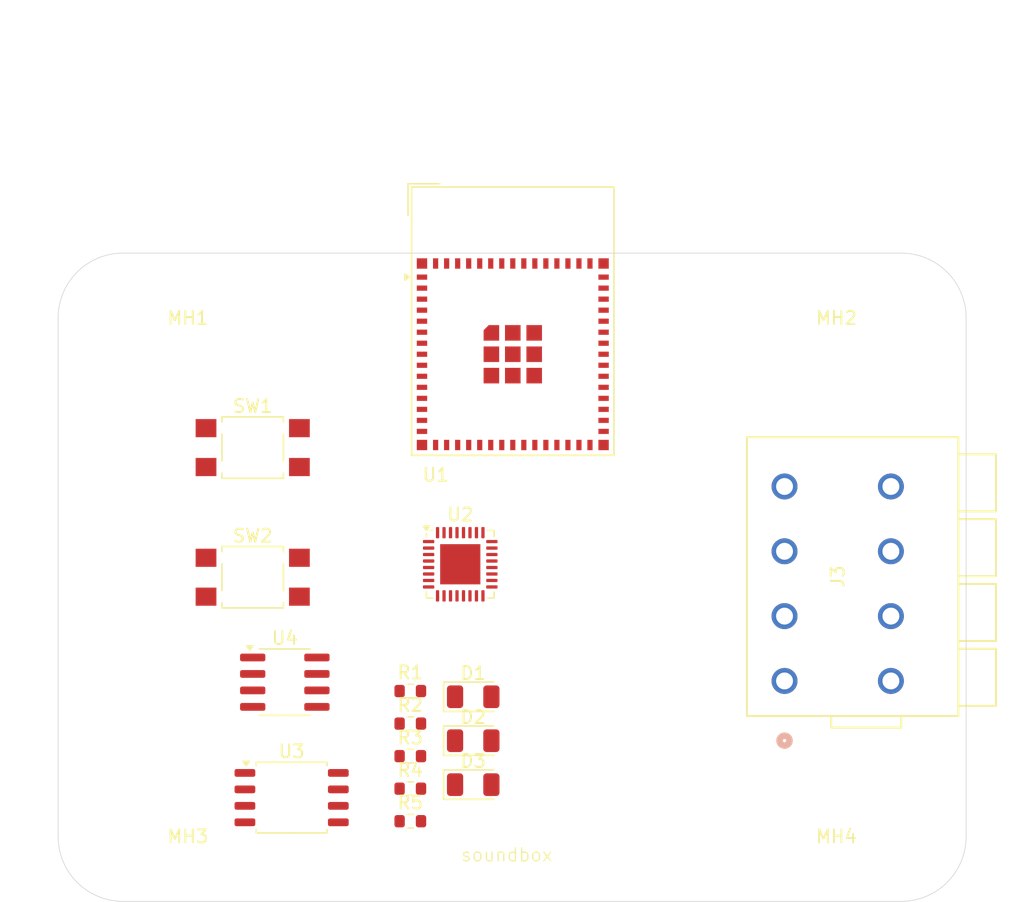
<source format=kicad_pcb>
(kicad_pcb (version 20240108) (generator "pcbnew") (generator_version "8.0")
  (title_block (title "soundbox"))
  (layers (0 "F.Cu" signal) (31 "B.Cu" signal) (34 "B.Paste" user) (35 "F.Paste" user) (36 "B.SilkS" user "B.Silkscreen") (37 "F.SilkS" user "F.Silkscreen") (38 "B.Mask" user) (39 "F.Mask" user) (44 "Edge.Cuts" user))
  (net 0 "")
  (net 5 "Net-(U1-GND-Pad1)")
  (net 31 "VERSION")
  (net 48 "Net-(U2-PVDD-Pad21)")
  (net 52 "Net-(U2-PGND-Pad25)")
  (net 90 "Net-(D1-K)")
  (net 93 "Net-(D2-K)")
  (net 95 "Net-(D3-K)")
  (net 99 "+3V3")
  (net 100 "GND")
  (footprint "Resistor_SMD:R_0603_1608Metric" (layer "F.Cu") (at 137.15 113.82)
    (property "Reference" "R5" (at 0 -1.43 0) (layer "F.SilkS"))
    (property "Value" "5K1")
    (fp_line (start -0.237258 -0.5225) (end 0.237258 -0.5225) (stroke (width 0.12)) (layer "F.SilkS"))
    (fp_line (start -0.237258 0.5225) (end 0.237258 0.5225) (stroke (width 0.12)) (layer "F.SilkS"))
    (pad "1" smd roundrect (at -0.825 0) (size 0.8 0.95) (layers "F.Cu" "F.Paste" "F.Mask") (net 31 "VERSION"))
    (pad "2" smd roundrect (at 0.825 0) (size 0.8 0.95) (layers "F.Cu" "F.Paste" "F.Mask") (net 100 "GND"))
  )
  (footprint "Resistor_SMD:R_0603_1608Metric" (layer "F.Cu") (at 137.15 111.31)
    (property "Reference" "R4" (at 0 -1.43 0) (layer "F.SilkS"))
    (property "Value" "5K1")
    (fp_line (start -0.237258 -0.5225) (end 0.237258 -0.5225) (stroke (width 0.12)) (layer "F.SilkS"))
    (fp_line (start -0.237258 0.5225) (end 0.237258 0.5225) (stroke (width 0.12)) (layer "F.SilkS"))
    (pad "1" smd roundrect (at -0.825 0) (size 0.8 0.95) (layers "F.Cu" "F.Paste" "F.Mask") (net 99 "+3V3"))
    (pad "2" smd roundrect (at 0.825 0) (size 0.8 0.95) (layers "F.Cu" "F.Paste" "F.Mask") (net 31 "VERSION"))
  )
  (footprint "Button_Switch_SMD:SW_SPST_TL3305B" (layer "F.Cu") (at 125 95)
    (property "Reference" "SW2" (at 0 -3.2 0) (layer "F.SilkS"))
    (property "Value" "SW_Push")
    (fp_line (start -2.37 -2.37) (end -2.37 -1.97) (stroke (width 0.12)) (layer "F.SilkS"))
    (fp_line (start -2.37 -2.37) (end 2.37 -2.37) (stroke (width 0.12)) (layer "F.SilkS"))
    (fp_line (start -2.37 1.03) (end -2.37 -1.03) (stroke (width 0.12)) (layer "F.SilkS"))
    (fp_line (start -2.37 2.37) (end -2.37 1.97) (stroke (width 0.12)) (layer "F.SilkS"))
    (fp_line (start -2.37 2.37) (end 2.37 2.37) (stroke (width 0.12)) (layer "F.SilkS"))
    (fp_line (start 2.37 -2.37) (end 2.37 -1.97) (stroke (width 0.12)) (layer "F.SilkS"))
    (fp_line (start 2.37 1.03) (end 2.37 -1.03) (stroke (width 0.12)) (layer "F.SilkS"))
    (fp_line (start 2.37 2.37) (end 2.37 1.97) (stroke (width 0.12)) (layer "F.SilkS"))
    (pad "1" smd rect (at -3.6 -1.5) (size 1.6 1.4) (layers "F.Cu" "F.Paste" "F.Mask"))
    (pad "1" smd rect (at 3.6 -1.5) (size 1.6 1.4) (layers "F.Cu" "F.Paste" "F.Mask"))
    (pad "2" smd rect (at -3.6 1.5) (size 1.6 1.4) (layers "F.Cu" "F.Paste" "F.Mask"))
    (pad "2" smd rect (at 3.6 1.5) (size 1.6 1.4) (layers "F.Cu" "F.Paste" "F.Mask"))
  )
  (footprint "Package_SO:SOIC-8_3.9x4.9mm_P1.27mm" (layer "F.Cu") (at 127.475 103.095)
    (property "Reference" "U4" (at 0 -3.4 0) (layer "F.SilkS"))
    (property "Value" "25CSM04xxSN")
    (fp_line (start 0 -2.56) (end -1.95 -2.56) (stroke (width 0.12)) (layer "F.SilkS"))
    (fp_line (start 0 -2.56) (end 1.95 -2.56) (stroke (width 0.12)) (layer "F.SilkS"))
    (fp_line (start 0 2.56) (end -1.95 2.56) (stroke (width 0.12)) (layer "F.SilkS"))
    (fp_line (start 0 2.56) (end 1.95 2.56) (stroke (width 0.12)) (layer "F.SilkS"))
    (fp_poly (pts (xy -2.7 -2.465) (xy -2.94 -2.795) (xy -2.46 -2.795) (xy -2.7 -2.465)) (stroke (width 0.12)) (fill solid) (layer "F.SilkS"))
    (pad "1" smd roundrect (at -2.475 -1.905) (size 1.95 0.6) (layers "F.Cu" "F.Paste" "F.Mask"))
    (pad "2" smd roundrect (at -2.475 -0.635) (size 1.95 0.6) (layers "F.Cu" "F.Paste" "F.Mask"))
    (pad "3" smd roundrect (at -2.475 0.635) (size 1.95 0.6) (layers "F.Cu" "F.Paste" "F.Mask"))
    (pad "4" smd roundrect (at -2.475 1.905) (size 1.95 0.6) (layers "F.Cu" "F.Paste" "F.Mask"))
    (pad "5" smd roundrect (at 2.475 1.905) (size 1.95 0.6) (layers "F.Cu" "F.Paste" "F.Mask"))
    (pad "6" smd roundrect (at 2.475 0.635) (size 1.95 0.6) (layers "F.Cu" "F.Paste" "F.Mask"))
    (pad "7" smd roundrect (at 2.475 -0.635) (size 1.95 0.6) (layers "F.Cu" "F.Paste" "F.Mask"))
    (pad "8" smd roundrect (at 2.475 -1.905) (size 1.95 0.6) (layers "F.Cu" "F.Paste" "F.Mask"))
  )
  (footprint "MountingHole:MountingHole_3.2mm_M3" (layer "F.Cu") (at 115 115)
    (property "Reference" "MH3" (at 5 0 0) (layer "F.SilkS"))
    (property "Value" "MountingHole_3.2mm_M3")
    (pad "" np_thru_hole circle (at 0 0) (size 3.2 3.2) (drill 3.2) (layers "*.Cu" "*.Mask"))
  )
  (footprint "RF_Module:ESP32-S2-MINI-1" (layer "F.Cu") (at 145.05 75.25)
    (property "Reference" "U1" (at -5.95 11.85 0) (layer "F.SilkS"))
    (property "Value" "ESP32-S3-MINI-1")
    (fp_line (start -8.075 -10.6) (end -8.075 -8.15) (stroke (width 0.12)) (layer "F.SilkS"))
    (fp_line (start -8.075 -10.6) (end -5.625 -10.6) (stroke (width 0.12)) (layer "F.SilkS"))
    (fp_line (start -7.8 -10.35) (end 7.8 -10.35) (stroke (width 0.12)) (layer "F.SilkS"))
    (fp_line (start -7.8 10.35) (end -7.8 -10.35) (stroke (width 0.12)) (layer "F.SilkS"))
    (fp_line (start 7.8 -10.35) (end 7.8 10.35) (stroke (width 0.12)) (layer "F.SilkS"))
    (fp_line (start 7.8 10.35) (end -7.8 10.35) (stroke (width 0.12)) (layer "F.SilkS"))
    (fp_poly (pts (xy -7.975 -3.4) (xy -8.311 -3.16) (xy -8.311 -3.64) (xy -7.975 -3.4)) (stroke (width 0.12)) (fill solid) (layer "F.SilkS"))
    (pad "1" smd rect (at -7 -3.4) (size 0.8 0.4) (layers "F.Cu" "F.Paste" "F.Mask") (net 5 "Net-(U1-GND-Pad1)"))
    (pad "2" smd rect (at -7 -2.55) (size 0.8 0.4) (layers "F.Cu" "F.Paste" "F.Mask") (net 5 "Net-(U1-GND-Pad1)"))
    (pad "3" smd rect (at -7 -1.7) (size 0.8 0.4) (layers "F.Cu" "F.Paste" "F.Mask"))
    (pad "4" smd rect (at -7 -0.85) (size 0.8 0.4) (layers "F.Cu" "F.Paste" "F.Mask"))
    (pad "5" smd rect (at -7 0) (size 0.8 0.4) (layers "F.Cu" "F.Paste" "F.Mask"))
    (pad "6" smd rect (at -7 0.85) (size 0.8 0.4) (layers "F.Cu" "F.Paste" "F.Mask") (net 31 "VERSION"))
    (pad "7" smd rect (at -7 1.7) (size 0.8 0.4) (layers "F.Cu" "F.Paste" "F.Mask"))
    (pad "8" smd rect (at -7 2.55) (size 0.8 0.4) (layers "F.Cu" "F.Paste" "F.Mask"))
    (pad "9" smd rect (at -7 3.4) (size 0.8 0.4) (layers "F.Cu" "F.Paste" "F.Mask"))
    (pad "10" smd rect (at -7 4.25) (size 0.8 0.4) (layers "F.Cu" "F.Paste" "F.Mask"))
    (pad "11" smd rect (at -7 5.1) (size 0.8 0.4) (layers "F.Cu" "F.Paste" "F.Mask"))
    (pad "12" smd rect (at -7 5.95) (size 0.8 0.4) (layers "F.Cu" "F.Paste" "F.Mask"))
    (pad "13" smd rect (at -7 6.8) (size 0.8 0.4) (layers "F.Cu" "F.Paste" "F.Mask"))
    (pad "14" smd rect (at -7 7.65) (size 0.8 0.4) (layers "F.Cu" "F.Paste" "F.Mask"))
    (pad "15" smd rect (at -7 8.5) (size 0.8 0.4) (layers "F.Cu" "F.Paste" "F.Mask"))
    (pad "16" smd rect (at -5.95 9.55 90) (size 0.8 0.4) (layers "F.Cu" "F.Paste" "F.Mask"))
    (pad "17" smd rect (at -5.1 9.55 90) (size 0.8 0.4) (layers "F.Cu" "F.Paste" "F.Mask"))
    (pad "18" smd rect (at -4.25 9.55 90) (size 0.8 0.4) (layers "F.Cu" "F.Paste" "F.Mask"))
    (pad "19" smd rect (at -3.4 9.55 90) (size 0.8 0.4) (layers "F.Cu" "F.Paste" "F.Mask"))
    (pad "20" smd rect (at -2.55 9.55 90) (size 0.8 0.4) (layers "F.Cu" "F.Paste" "F.Mask"))
    (pad "21" smd rect (at -1.7 9.55 90) (size 0.8 0.4) (layers "F.Cu" "F.Paste" "F.Mask"))
    (pad "22" smd rect (at -0.85 9.55 90) (size 0.8 0.4) (layers "F.Cu" "F.Paste" "F.Mask"))
    (pad "23" smd rect (at 0 9.55 90) (size 0.8 0.4) (layers "F.Cu" "F.Paste" "F.Mask"))
    (pad "24" smd rect (at 0.85 9.55 90) (size 0.8 0.4) (layers "F.Cu" "F.Paste" "F.Mask"))
    (pad "25" smd rect (at 1.7 9.55 90) (size 0.8 0.4) (layers "F.Cu" "F.Paste" "F.Mask"))
    (pad "26" smd rect (at 2.55 9.55 90) (size 0.8 0.4) (layers "F.Cu" "F.Paste" "F.Mask"))
    (pad "27" smd rect (at 3.4 9.55 90) (size 0.8 0.4) (layers "F.Cu" "F.Paste" "F.Mask"))
    (pad "28" smd rect (at 4.25 9.55 90) (size 0.8 0.4) (layers "F.Cu" "F.Paste" "F.Mask"))
    (pad "29" smd rect (at 5.1 9.55 90) (size 0.8 0.4) (layers "F.Cu" "F.Paste" "F.Mask"))
    (pad "30" smd rect (at 5.95 9.55 90) (size 0.8 0.4) (layers "F.Cu" "F.Paste" "F.Mask"))
    (pad "31" smd rect (at 7 8.5) (size 0.8 0.4) (layers "F.Cu" "F.Paste" "F.Mask"))
    (pad "32" smd rect (at 7 7.65) (size 0.8 0.4) (layers "F.Cu" "F.Paste" "F.Mask"))
    (pad "33" smd rect (at 7 6.8) (size 0.8 0.4) (layers "F.Cu" "F.Paste" "F.Mask"))
    (pad "34" smd rect (at 7 5.95) (size 0.8 0.4) (layers "F.Cu" "F.Paste" "F.Mask"))
    (pad "35" smd rect (at 7 5.1) (size 0.8 0.4) (layers "F.Cu" "F.Paste" "F.Mask"))
    (pad "36" smd rect (at 7 4.25) (size 0.8 0.4) (layers "F.Cu" "F.Paste" "F.Mask"))
    (pad "37" smd rect (at 7 3.4) (size 0.8 0.4) (layers "F.Cu" "F.Paste" "F.Mask"))
    (pad "38" smd rect (at 7 2.55) (size 0.8 0.4) (layers "F.Cu" "F.Paste" "F.Mask"))
    (pad "39" smd rect (at 7 1.7) (size 0.8 0.4) (layers "F.Cu" "F.Paste" "F.Mask"))
    (pad "40" smd rect (at 7 0.85) (size 0.8 0.4) (layers "F.Cu" "F.Paste" "F.Mask"))
    (pad "41" smd rect (at 7 0) (size 0.8 0.4) (layers "F.Cu" "F.Paste" "F.Mask"))
    (pad "42" smd rect (at 7 -0.85) (size 0.8 0.4) (layers "F.Cu" "F.Paste" "F.Mask") (net 5 "Net-(U1-GND-Pad1)"))
    (pad "43" smd rect (at 7 -1.7) (size 0.8 0.4) (layers "F.Cu" "F.Paste" "F.Mask") (net 5 "Net-(U1-GND-Pad1)"))
    (pad "44" smd rect (at 7 -2.55) (size 0.8 0.4) (layers "F.Cu" "F.Paste" "F.Mask"))
    (pad "45" smd rect (at 7 -3.4) (size 0.8 0.4) (layers "F.Cu" "F.Paste" "F.Mask"))
    (pad "46" smd rect (at 5.95 -4.45 90) (size 0.8 0.4) (layers "F.Cu" "F.Paste" "F.Mask") (net 5 "Net-(U1-GND-Pad1)"))
    (pad "47" smd rect (at 5.1 -4.45 90) (size 0.8 0.4) (layers "F.Cu" "F.Paste" "F.Mask") (net 5 "Net-(U1-GND-Pad1)"))
    (pad "48" smd rect (at 4.25 -4.45 90) (size 0.8 0.4) (layers "F.Cu" "F.Paste" "F.Mask") (net 5 "Net-(U1-GND-Pad1)"))
    (pad "49" smd rect (at 3.4 -4.45 90) (size 0.8 0.4) (layers "F.Cu" "F.Paste" "F.Mask") (net 5 "Net-(U1-GND-Pad1)"))
    (pad "50" smd rect (at 2.55 -4.45 90) (size 0.8 0.4) (layers "F.Cu" "F.Paste" "F.Mask") (net 5 "Net-(U1-GND-Pad1)"))
    (pad "51" smd rect (at 1.7 -4.45 90) (size 0.8 0.4) (layers "F.Cu" "F.Paste" "F.Mask") (net 5 "Net-(U1-GND-Pad1)"))
    (pad "52" smd rect (at 0.85 -4.45 90) (size 0.8 0.4) (layers "F.Cu" "F.Paste" "F.Mask") (net 5 "Net-(U1-GND-Pad1)"))
    (pad "53" smd rect (at 0 -4.45 90) (size 0.8 0.4) (layers "F.Cu" "F.Paste" "F.Mask") (net 5 "Net-(U1-GND-Pad1)"))
    (pad "54" smd rect (at -0.85 -4.45 90) (size 0.8 0.4) (layers "F.Cu" "F.Paste" "F.Mask") (net 5 "Net-(U1-GND-Pad1)"))
    (pad "55" smd rect (at -1.7 -4.45 90) (size 0.8 0.4) (layers "F.Cu" "F.Paste" "F.Mask") (net 5 "Net-(U1-GND-Pad1)"))
    (pad "56" smd rect (at -2.55 -4.45 90) (size 0.8 0.4) (layers "F.Cu" "F.Paste" "F.Mask") (net 5 "Net-(U1-GND-Pad1)"))
    (pad "57" smd rect (at -3.4 -4.45 90) (size 0.8 0.4) (layers "F.Cu" "F.Paste" "F.Mask") (net 5 "Net-(U1-GND-Pad1)"))
    (pad "58" smd rect (at -4.25 -4.45 90) (size 0.8 0.4) (layers "F.Cu" "F.Paste" "F.Mask") (net 5 "Net-(U1-GND-Pad1)"))
    (pad "59" smd rect (at -5.1 -4.45 90) (size 0.8 0.4) (layers "F.Cu" "F.Paste" "F.Mask") (net 5 "Net-(U1-GND-Pad1)"))
    (pad "60" smd rect (at -5.95 -4.45 90) (size 0.8 0.4) (layers "F.Cu" "F.Paste" "F.Mask") (net 5 "Net-(U1-GND-Pad1)"))
    (pad "61" smd roundrect (at -1.65 0.9) (size 1.2 1.2) (layers "F.Cu" "F.Paste" "F.Mask") (roundrect_rratio 0) (chamfer_ratio 0.33) (chamfer top_left) (net 5 "Net-(U1-GND-Pad1)"))
    (pad "61" smd rect (at -1.65 2.55) (size 1.2 1.2) (layers "F.Cu" "F.Paste" "F.Mask") (net 5 "Net-(U1-GND-Pad1)"))
    (pad "61" smd rect (at -1.65 4.2) (size 1.2 1.2) (layers "F.Cu" "F.Paste" "F.Mask") (net 5 "Net-(U1-GND-Pad1)"))
    (pad "61" smd rect (at 0 0.9) (size 1.2 1.2) (layers "F.Cu" "F.Paste" "F.Mask") (net 5 "Net-(U1-GND-Pad1)"))
    (pad "61" smd rect (at 0 2.55) (size 1.2 1.2) (layers "F.Cu" "F.Paste" "F.Mask") (net 5 "Net-(U1-GND-Pad1)"))
    (pad "61" smd rect (at 0 4.2) (size 1.2 1.2) (layers "F.Cu" "F.Paste" "F.Mask") (net 5 "Net-(U1-GND-Pad1)"))
    (pad "61" smd rect (at 1.65 0.9) (size 1.2 1.2) (layers "F.Cu" "F.Paste" "F.Mask") (net 5 "Net-(U1-GND-Pad1)"))
    (pad "61" smd rect (at 1.65 2.55) (size 1.2 1.2) (layers "F.Cu" "F.Paste" "F.Mask") (net 5 "Net-(U1-GND-Pad1)"))
    (pad "61" smd rect (at 1.65 4.2) (size 1.2 1.2) (layers "F.Cu" "F.Paste" "F.Mask") (net 5 "Net-(U1-GND-Pad1)"))
    (pad "62" smd rect (at -7 -4.45) (size 0.8 0.8) (layers "F.Cu" "F.Paste" "F.Mask") (net 5 "Net-(U1-GND-Pad1)"))
    (pad "63" smd rect (at -7 9.55) (size 0.8 0.8) (layers "F.Cu" "F.Paste" "F.Mask") (net 5 "Net-(U1-GND-Pad1)"))
    (pad "64" smd rect (at 7 9.55) (size 0.8 0.8) (layers "F.Cu" "F.Paste" "F.Mask") (net 5 "Net-(U1-GND-Pad1)"))
    (pad "65" smd rect (at 7 -4.45) (size 0.8 0.8) (layers "F.Cu" "F.Paste" "F.Mask") (net 5 "Net-(U1-GND-Pad1)"))
  )
  (footprint "MountingHole:MountingHole_3.2mm_M3" (layer "F.Cu") (at 115 75)
    (property "Reference" "MH1" (at 5 0 0) (layer "F.SilkS"))
    (property "Value" "MountingHole_3.2mm_M3")
    (pad "" np_thru_hole circle (at 0 0) (size 3.2 3.2) (drill 3.2) (layers "*.Cu" "*.Mask"))
  )
  (footprint "Resistor_SMD:R_0603_1608Metric" (layer "F.Cu") (at 137.15 106.29)
    (property "Reference" "R2" (at 0 -1.43 0) (layer "F.SilkS"))
    (property "Value" "10R")
    (fp_line (start -0.237258 -0.5225) (end 0.237258 -0.5225) (stroke (width 0.12)) (layer "F.SilkS"))
    (fp_line (start -0.237258 0.5225) (end 0.237258 0.5225) (stroke (width 0.12)) (layer "F.SilkS"))
    (pad "1" smd roundrect (at -0.825 0) (size 0.8 0.95) (layers "F.Cu" "F.Paste" "F.Mask") (net 93 "Net-(D2-K)"))
    (pad "2" smd roundrect (at 0.825 0) (size 0.8 0.95) (layers "F.Cu" "F.Paste" "F.Mask"))
  )
  (footprint "Resistor_SMD:R_0603_1608Metric" (layer "F.Cu") (at 137.15 103.78)
    (property "Reference" "R1" (at 0 -1.43 0) (layer "F.SilkS"))
    (property "Value" "130R")
    (fp_line (start -0.237258 -0.5225) (end 0.237258 -0.5225) (stroke (width 0.12)) (layer "F.SilkS"))
    (fp_line (start -0.237258 0.5225) (end 0.237258 0.5225) (stroke (width 0.12)) (layer "F.SilkS"))
    (pad "1" smd roundrect (at -0.825 0) (size 0.8 0.95) (layers "F.Cu" "F.Paste" "F.Mask") (net 90 "Net-(D1-K)"))
    (pad "2" smd roundrect (at 0.825 0) (size 0.8 0.95) (layers "F.Cu" "F.Paste" "F.Mask"))
  )
  (footprint "MountingHole:MountingHole_3.2mm_M3" (layer "F.Cu") (at 175 115)
    (property "Reference" "MH4" (at -5 0 0) (layer "F.SilkS"))
    (property "Value" "MountingHole_3.2mm_M3")
    (pad "" np_thru_hole circle (at 0 0) (size 3.2 3.2) (drill 3.2) (layers "*.Cu" "*.Mask"))
  )
  (footprint "Button_Switch_SMD:SW_SPST_TL3305B" (layer "F.Cu") (at 125 85)
    (property "Reference" "SW1" (at 0 -3.2 0) (layer "F.SilkS"))
    (property "Value" "SW_Push")
    (fp_line (start -2.37 -2.37) (end -2.37 -1.97) (stroke (width 0.12)) (layer "F.SilkS"))
    (fp_line (start -2.37 -2.37) (end 2.37 -2.37) (stroke (width 0.12)) (layer "F.SilkS"))
    (fp_line (start -2.37 1.03) (end -2.37 -1.03) (stroke (width 0.12)) (layer "F.SilkS"))
    (fp_line (start -2.37 2.37) (end -2.37 1.97) (stroke (width 0.12)) (layer "F.SilkS"))
    (fp_line (start -2.37 2.37) (end 2.37 2.37) (stroke (width 0.12)) (layer "F.SilkS"))
    (fp_line (start 2.37 -2.37) (end 2.37 -1.97) (stroke (width 0.12)) (layer "F.SilkS"))
    (fp_line (start 2.37 1.03) (end 2.37 -1.03) (stroke (width 0.12)) (layer "F.SilkS"))
    (fp_line (start 2.37 2.37) (end 2.37 1.97) (stroke (width 0.12)) (layer "F.SilkS"))
    (pad "1" smd rect (at -3.6 -1.5) (size 1.6 1.4) (layers "F.Cu" "F.Paste" "F.Mask"))
    (pad "1" smd rect (at 3.6 -1.5) (size 1.6 1.4) (layers "F.Cu" "F.Paste" "F.Mask"))
    (pad "2" smd rect (at -3.6 1.5) (size 1.6 1.4) (layers "F.Cu" "F.Paste" "F.Mask"))
    (pad "2" smd rect (at 3.6 1.5) (size 1.6 1.4) (layers "F.Cu" "F.Paste" "F.Mask"))
  )
  (footprint "LED_SMD:LED_1206_3216Metric" (layer "F.Cu") (at 142 107.61)
    (property "Reference" "D2" (at 0 -1.82 0) (layer "F.SilkS"))
    (property "Value" "blue")
    (fp_line (start -2.285 -1.135) (end -2.285 1.135) (stroke (width 0.12)) (layer "F.SilkS"))
    (fp_line (start -2.285 1.135) (end 1.6 1.135) (stroke (width 0.12)) (layer "F.SilkS"))
    (fp_line (start 1.6 -1.135) (end -2.285 -1.135) (stroke (width 0.12)) (layer "F.SilkS"))
    (pad "1" smd roundrect (at -1.4 0) (size 1.25 1.75) (layers "F.Cu" "F.Paste" "F.Mask") (roundrect_rratio 0.2) (net 93 "Net-(D2-K)"))
    (pad "2" smd roundrect (at 1.4 0) (size 1.25 1.75) (layers "F.Cu" "F.Paste" "F.Mask") (roundrect_rratio 0.2))
  )
  (footprint "Package_DFN_QFN:VQFN-32-1EP_5x5mm_P0.5mm_EP3.1x3.1mm" (layer "F.Cu") (at 141 94)
    (property "Reference" "U2" (at 0 -3.83 0) (layer "F.SilkS"))
    (property "Value" "TAS5825MRHB")
    (fp_line (start -2.61 -2.135) (end -2.61 -2.37) (stroke (width 0.12)) (layer "F.SilkS"))
    (fp_line (start -2.61 2.61) (end -2.61 2.135) (stroke (width 0.12)) (layer "F.SilkS"))
    (fp_line (start -2.135 -2.61) (end -2.31 -2.61) (stroke (width 0.12)) (layer "F.SilkS"))
    (fp_line (start -2.135 2.61) (end -2.61 2.61) (stroke (width 0.12)) (layer "F.SilkS"))
    (fp_line (start 2.135 -2.61) (end 2.61 -2.61) (stroke (width 0.12)) (layer "F.SilkS"))
    (fp_line (start 2.135 2.61) (end 2.61 2.61) (stroke (width 0.12)) (layer "F.SilkS"))
    (fp_line (start 2.61 -2.61) (end 2.61 -2.135) (stroke (width 0.12)) (layer "F.SilkS"))
    (fp_line (start 2.61 2.61) (end 2.61 2.135) (stroke (width 0.12)) (layer "F.SilkS"))
    (fp_poly (pts (xy -2.61 -2.61) (xy -2.85 -2.94) (xy -2.37 -2.94) (xy -2.61 -2.61)) (stroke (width 0.12)) (fill solid) (layer "F.SilkS"))
    (pad "1" smd roundrect (at -2.4375 -1.75) (size 0.875 0.25) (layers "F.Cu" "F.Paste" "F.Mask"))
    (pad "2" smd roundrect (at -2.4375 -1.25) (size 0.875 0.25) (layers "F.Cu" "F.Paste" "F.Mask"))
    (pad "3" smd roundrect (at -2.4375 -0.75) (size 0.875 0.25) (layers "F.Cu" "F.Paste" "F.Mask") (net 48 "Net-(U2-PVDD-Pad21)"))
    (pad "4" smd roundrect (at -2.4375 -0.25) (size 0.875 0.25) (layers "F.Cu" "F.Paste" "F.Mask") (net 48 "Net-(U2-PVDD-Pad21)"))
    (pad "5" smd roundrect (at -2.4375 0.25) (size 0.875 0.25) (layers "F.Cu" "F.Paste" "F.Mask"))
    (pad "6" smd roundrect (at -2.4375 0.75) (size 0.875 0.25) (layers "F.Cu" "F.Paste" "F.Mask"))
    (pad "7" smd roundrect (at -2.4375 1.25) (size 0.875 0.25) (layers "F.Cu" "F.Paste" "F.Mask"))
    (pad "8" smd roundrect (at -2.4375 1.75) (size 0.875 0.25) (layers "F.Cu" "F.Paste" "F.Mask"))
    (pad "9" smd roundrect (at -1.75 2.4375) (size 0.25 0.875) (layers "F.Cu" "F.Paste" "F.Mask"))
    (pad "10" smd roundrect (at -1.25 2.4375) (size 0.25 0.875) (layers "F.Cu" "F.Paste" "F.Mask"))
    (pad "11" smd roundrect (at -0.75 2.4375) (size 0.25 0.875) (layers "F.Cu" "F.Paste" "F.Mask"))
    (pad "12" smd roundrect (at -0.25 2.4375) (size 0.25 0.875) (layers "F.Cu" "F.Paste" "F.Mask"))
    (pad "13" smd roundrect (at 0.25 2.4375) (size 0.25 0.875) (layers "F.Cu" "F.Paste" "F.Mask"))
    (pad "14" smd roundrect (at 0.75 2.4375) (size 0.25 0.875) (layers "F.Cu" "F.Paste" "F.Mask"))
    (pad "15" smd roundrect (at 1.25 2.4375) (size 0.25 0.875) (layers "F.Cu" "F.Paste" "F.Mask"))
    (pad "16" smd roundrect (at 1.75 2.4375) (size 0.25 0.875) (layers "F.Cu" "F.Paste" "F.Mask"))
    (pad "17" smd roundrect (at 2.4375 1.75) (size 0.875 0.25) (layers "F.Cu" "F.Paste" "F.Mask"))
    (pad "18" smd roundrect (at 2.4375 1.25) (size 0.875 0.25) (layers "F.Cu" "F.Paste" "F.Mask"))
    (pad "19" smd roundrect (at 2.4375 0.75) (size 0.875 0.25) (layers "F.Cu" "F.Paste" "F.Mask"))
    (pad "20" smd roundrect (at 2.4375 0.25) (size 0.875 0.25) (layers "F.Cu" "F.Paste" "F.Mask"))
    (pad "21" smd roundrect (at 2.4375 -0.25) (size 0.875 0.25) (layers "F.Cu" "F.Paste" "F.Mask") (net 48 "Net-(U2-PVDD-Pad21)"))
    (pad "22" smd roundrect (at 2.4375 -0.75) (size 0.875 0.25) (layers "F.Cu" "F.Paste" "F.Mask") (net 48 "Net-(U2-PVDD-Pad21)"))
    (pad "23" smd roundrect (at 2.4375 -1.25) (size 0.875 0.25) (layers "F.Cu" "F.Paste" "F.Mask"))
    (pad "24" smd roundrect (at 2.4375 -1.75) (size 0.875 0.25) (layers "F.Cu" "F.Paste" "F.Mask"))
    (pad "25" smd roundrect (at 1.75 -2.4375) (size 0.25 0.875) (layers "F.Cu" "F.Paste" "F.Mask") (net 52 "Net-(U2-PGND-Pad25)"))
    (pad "26" smd roundrect (at 1.25 -2.4375) (size 0.25 0.875) (layers "F.Cu" "F.Paste" "F.Mask") (net 52 "Net-(U2-PGND-Pad25)"))
    (pad "27" smd roundrect (at 0.75 -2.4375) (size 0.25 0.875) (layers "F.Cu" "F.Paste" "F.Mask"))
    (pad "28" smd roundrect (at 0.25 -2.4375) (size 0.25 0.875) (layers "F.Cu" "F.Paste" "F.Mask"))
    (pad "29" smd roundrect (at -0.25 -2.4375) (size 0.25 0.875) (layers "F.Cu" "F.Paste" "F.Mask"))
    (pad "30" smd roundrect (at -0.75 -2.4375) (size 0.25 0.875) (layers "F.Cu" "F.Paste" "F.Mask"))
    (pad "31" smd roundrect (at -1.25 -2.4375) (size 0.25 0.875) (layers "F.Cu" "F.Paste" "F.Mask") (net 52 "Net-(U2-PGND-Pad25)"))
    (pad "32" smd roundrect (at -1.75 -2.4375) (size 0.25 0.875) (layers "F.Cu" "F.Paste" "F.Mask") (net 52 "Net-(U2-PGND-Pad25)"))
    (pad "33" smd rect (at 0 0) (size 3.1 3.1) (property pad_prop_heatsink) (layers "F.Cu" "F.Mask"))
  )
  (footprint "MountingHole:MountingHole_3.2mm_M3" (layer "F.Cu") (at 175 75)
    (property "Reference" "MH2" (at -5 0 0) (layer "F.SilkS"))
    (property "Value" "MountingHole_3.2mm_M3")
    (pad "" np_thru_hole circle (at 0 0) (size 3.2 3.2) (drill 3.2) (layers "*.Cu" "*.Mask"))
  )
  (footprint "LED_SMD:LED_1206_3216Metric" (layer "F.Cu") (at 142 111)
    (property "Reference" "D3" (at 0 -1.82 0) (layer "F.SilkS"))
    (property "Value" "red")
    (fp_line (start -2.285 -1.135) (end -2.285 1.135) (stroke (width 0.12)) (layer "F.SilkS"))
    (fp_line (start -2.285 1.135) (end 1.6 1.135) (stroke (width 0.12)) (layer "F.SilkS"))
    (fp_line (start 1.6 -1.135) (end -2.285 -1.135) (stroke (width 0.12)) (layer "F.SilkS"))
    (pad "1" smd roundrect (at -1.4 0) (size 1.25 1.75) (layers "F.Cu" "F.Paste" "F.Mask") (roundrect_rratio 0.2) (net 95 "Net-(D3-K)"))
    (pad "2" smd roundrect (at 1.4 0) (size 1.25 1.75) (layers "F.Cu" "F.Paste" "F.Mask") (roundrect_rratio 0.2))
  )
  (footprint "Package_SO:SOIC-8_5.23x5.23mm_P1.27mm" (layer "F.Cu") (at 128 112)
    (property "Reference" "U3" (at 0 -3.56 0) (layer "F.SilkS"))
    (property "Value" "W25Q32JVSS")
    (fp_line (start -2.725 -2.725) (end -2.725 -2.465) (stroke (width 0.12)) (layer "F.SilkS"))
    (fp_line (start -2.725 2.725) (end -2.725 2.465) (stroke (width 0.12)) (layer "F.SilkS"))
    (fp_line (start 0 -2.725) (end -2.725 -2.725) (stroke (width 0.12)) (layer "F.SilkS"))
    (fp_line (start 0 -2.725) (end 2.725 -2.725) (stroke (width 0.12)) (layer "F.SilkS"))
    (fp_line (start 0 2.725) (end -2.725 2.725) (stroke (width 0.12)) (layer "F.SilkS"))
    (fp_line (start 0 2.725) (end 2.725 2.725) (stroke (width 0.12)) (layer "F.SilkS"))
    (fp_line (start 2.725 -2.725) (end 2.725 -2.465) (stroke (width 0.12)) (layer "F.SilkS"))
    (fp_line (start 2.725 2.725) (end 2.725 2.465) (stroke (width 0.12)) (layer "F.SilkS"))
    (fp_poly (pts (xy -3.5075 -2.465) (xy -3.7475 -2.795) (xy -3.2675 -2.795) (xy -3.5075 -2.465)) (stroke (width 0.12)) (fill solid) (layer "F.SilkS"))
    (pad "1" smd roundrect (at -3.6 -1.905) (size 1.6 0.6) (layers "F.Cu" "F.Paste" "F.Mask"))
    (pad "2" smd roundrect (at -3.6 -0.635) (size 1.6 0.6) (layers "F.Cu" "F.Paste" "F.Mask"))
    (pad "3" smd roundrect (at -3.6 0.635) (size 1.6 0.6) (layers "F.Cu" "F.Paste" "F.Mask"))
    (pad "4" smd roundrect (at -3.6 1.905) (size 1.6 0.6) (layers "F.Cu" "F.Paste" "F.Mask"))
    (pad "5" smd roundrect (at 3.6 1.905) (size 1.6 0.6) (layers "F.Cu" "F.Paste" "F.Mask"))
    (pad "6" smd roundrect (at 3.6 0.635) (size 1.6 0.6) (layers "F.Cu" "F.Paste" "F.Mask"))
    (pad "7" smd roundrect (at 3.6 -0.635) (size 1.6 0.6) (layers "F.Cu" "F.Paste" "F.Mask"))
    (pad "8" smd roundrect (at 3.6 -1.905) (size 1.6 0.6) (layers "F.Cu" "F.Paste" "F.Mask"))
  )
  (footprint "Ultra_Librarian:CONN4_2604-1104_WAG" (layer "F.Cu") (at 166 103.000001 90)
    (property "Reference" "J3" (at 8.049999 4.099999 90) (layer "F.SilkS"))
    (property "Value" "2604-1104")
    (fp_circle (center -4.605001 0) (end -4.224001 0) (stroke (width 0.508)) (fill none) (layer "B.SilkS"))
    (fp_line (start 18.800001 -2.9) (end 18.800001 13.400001) (stroke (width 0.1524)) (layer "F.SilkS"))
    (fp_line (start -2.7 -2.9) (end 18.800001 -2.9) (stroke (width 0.1524)) (layer "F.SilkS"))
    (fp_line (start -2.699999 3.600003) (end -3.6 3.600003) (stroke (width 0.1524)) (layer "F.SilkS"))
    (fp_line (start -2.699999 9.000002) (end -3.6 9.000002) (stroke (width 0.1524)) (layer "F.SilkS"))
    (fp_line (start -3.6 9.000002) (end -3.6 3.600003) (stroke (width 0.1524)) (layer "F.SilkS"))
    (fp_line (start 17.479998 13.400001) (end 17.479998 16.3) (stroke (width 0.1524)) (layer "F.SilkS"))
    (fp_line (start 13.079999 13.400001) (end 13.079999 16.3) (stroke (width 0.1524)) (layer "F.SilkS"))
    (fp_line (start 12.479998 13.400001) (end 12.479998 16.3) (stroke (width 0.1524)) (layer "F.SilkS"))
    (fp_line (start 8.079999 13.400001) (end 8.079999 16.3) (stroke (width 0.1524)) (layer "F.SilkS"))
    (fp_line (start 7.479998 13.400001) (end 7.479998 16.3) (stroke (width 0.1524)) (layer "F.SilkS"))
    (fp_line (start 3.079999 13.400001) (end 3.079999 16.3) (stroke (width 0.1524)) (layer "F.SilkS"))
    (fp_line (start 2.479998 13.400001) (end 2.479998 16.3) (stroke (width 0.1524)) (layer "F.SilkS"))
    (fp_line (start -1.920001 13.400001) (end -1.920001 16.3) (stroke (width 0.1524)) (layer "F.SilkS"))
    (fp_line (start -2.7 13.400001) (end -2.7 -2.9) (stroke (width 0.1524)) (layer "F.SilkS"))
    (fp_line (start -2.7 13.400001) (end 18.800001 13.400001) (stroke (width 0.1524)) (layer "F.SilkS"))
    (fp_line (start 13.079999 16.3) (end 17.479998 16.3) (stroke (width 0.1524)) (layer "F.SilkS"))
    (fp_line (start 8.079999 16.3) (end 12.479998 16.3) (stroke (width 0.1524)) (layer "F.SilkS"))
    (fp_line (start 3.079999 16.3) (end 7.479998 16.3) (stroke (width 0.1524)) (layer "F.SilkS"))
    (fp_line (start -1.920001 16.3) (end 2.479998 16.3) (stroke (width 0.1524)) (layer "F.SilkS"))
    (fp_circle (center -4.605001 0) (end -4.224001 0) (stroke (width 0.508)) (fill none) (layer "F.SilkS"))
    (pad "1" thru_hole circle (at 0 0 90) (size 2 2) (drill 1.3) (layers "*.Cu" "*.Mask"))
    (pad "2" thru_hole circle (at 0 8.199999 90) (size 2 2) (drill 1.3) (layers "*.Cu" "*.Mask"))
    (pad "3" thru_hole circle (at 5 0 90) (size 2 2) (drill 1.3) (layers "*.Cu" "*.Mask"))
    (pad "4" thru_hole circle (at 5 8.199999 90) (size 2 2) (drill 1.3) (layers "*.Cu" "*.Mask"))
    (pad "5" thru_hole circle (at 10.000001 0 90) (size 2 2) (drill 1.3) (layers "*.Cu" "*.Mask"))
    (pad "6" thru_hole circle (at 10.000001 8.199999 90) (size 2 2) (drill 1.3) (layers "*.Cu" "*.Mask"))
    (pad "7" thru_hole circle (at 15.000001 0 90) (size 2 2) (drill 1.3) (layers "*.Cu" "*.Mask"))
    (pad "8" thru_hole circle (at 15.000001 8.199999 90) (size 2 2) (drill 1.3) (layers "*.Cu" "*.Mask"))
  )
  (footprint "LED_SMD:LED_1206_3216Metric" (layer "F.Cu") (at 142 104.22)
    (property "Reference" "D1" (at 0 -1.82 0) (layer "F.SilkS"))
    (property "Value" "green")
    (fp_line (start -2.285 -1.135) (end -2.285 1.135) (stroke (width 0.12)) (layer "F.SilkS"))
    (fp_line (start -2.285 1.135) (end 1.6 1.135) (stroke (width 0.12)) (layer "F.SilkS"))
    (fp_line (start 1.6 -1.135) (end -2.285 -1.135) (stroke (width 0.12)) (layer "F.SilkS"))
    (pad "1" smd roundrect (at -1.4 0) (size 1.25 1.75) (layers "F.Cu" "F.Paste" "F.Mask") (roundrect_rratio 0.2) (net 90 "Net-(D1-K)"))
    (pad "2" smd roundrect (at 1.4 0) (size 1.25 1.75) (layers "F.Cu" "F.Paste" "F.Mask") (roundrect_rratio 0.2))
  )
  (footprint "Resistor_SMD:R_0603_1608Metric" (layer "F.Cu") (at 137.15 108.8)
    (property "Reference" "R3" (at 0 -1.43 0) (layer "F.SilkS"))
    (property "Value" "130R")
    (fp_line (start -0.237258 -0.5225) (end 0.237258 -0.5225) (stroke (width 0.12)) (layer "F.SilkS"))
    (fp_line (start -0.237258 0.5225) (end 0.237258 0.5225) (stroke (width 0.12)) (layer "F.SilkS"))
    (pad "1" smd roundrect (at -0.825 0) (size 0.8 0.95) (layers "F.Cu" "F.Paste" "F.Mask") (net 95 "Net-(D3-K)"))
    (pad "2" smd roundrect (at 0.825 0) (size 0.8 0.95) (layers "F.Cu" "F.Paste" "F.Mask"))
  )
  (gr_arc (start 115 120) (mid 111.464466 118.535534) (end 110 115) (stroke (width 0.05)) (layer "Edge.Cuts"))
  (gr_arc (start 110 75) (mid 111.464466 71.464466) (end 115 70) (stroke (width 0.05)) (layer "Edge.Cuts"))
  (gr_line (start 175 120) (end 115 120) (stroke (width 0.05)) (layer "Edge.Cuts"))
  (gr_line (start 115 70) (end 175 70) (stroke (width 0.05)) (layer "Edge.Cuts"))
  (gr_arc (start 180 115) (mid 178.535534 118.535534) (end 175 120) (stroke (width 0.05)) (layer "Edge.Cuts"))
  (gr_arc (start 175 70) (mid 178.535534 71.464466) (end 180 75) (stroke (width 0.05)) (layer "Edge.Cuts"))
  (gr_line (start 110 115) (end 110 75) (stroke (width 0.05)) (layer "Edge.Cuts"))
  (gr_line (start 180 75) (end 180 115) (stroke (width 0.05)) (layer "Edge.Cuts"))
  (gr_text "soundbox" (at 141 117 0) (layer "F.SilkS") (effects (font (size 1 1) (thickness 0.1)) (justify left bottom)))
)
</source>
